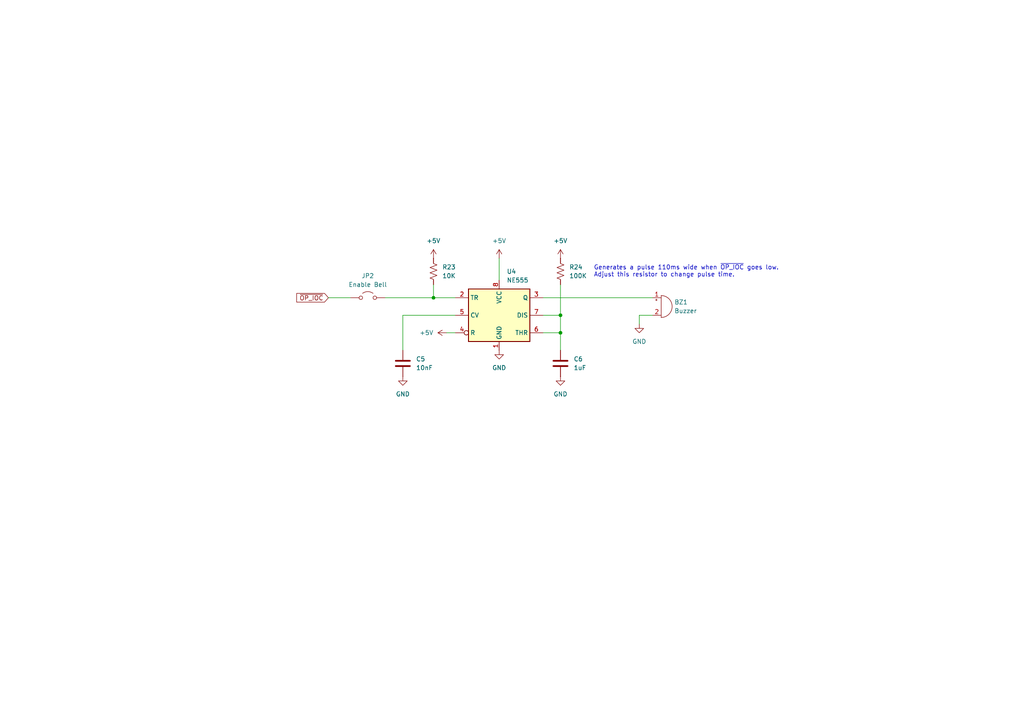
<source format=kicad_sch>
(kicad_sch (version 20231120) (generator "eeschema") (generator_version "8.0")
  (paper "A4")
  (title_block (title "UE1- TTL Clock and Diagnostics") (date "2025") (rev "1") (comment 1 "Copyright (c) 2025 Rhys Weatherley") (comment 3 "Bell"))
  (lib_symbols
    (symbol "Device:Buzzer" (pin_names (offset 0.0254) hide)
      (property "Reference" "BZ" (at 3.81 1.27 0))
      (property "Value" "Buzzer" (at 3.81 -1.27 0))
      (symbol "Buzzer_0_1"
        (arc (start 0 -3.175) (mid 3.1612 0) (end 0 3.175))
        (polyline (pts (xy -1.651 1.905) (xy -1.143 1.905)))
        (polyline (pts (xy -1.397 2.159) (xy -1.397 1.651)))
        (polyline (pts (xy 0 3.175) (xy 0 -3.175)))
      )
      (symbol "Buzzer_1_1"
        (pin passive line (at -2.54 2.54 0) (length 2.54) (name "+") (number "1"))
        (pin passive line (at -2.54 -2.54 0) (length 2.54) (name "-") (number "2"))
      )
    )
    (symbol "Device:C" (pin_numbers hide) (pin_names (offset 0.254))
      (property "Reference" "C" (at 0.635 2.54 0))
      (property "Value" "C" (at 0.635 -2.54 0))
      (symbol "C_0_1"
        (polyline (pts (xy -2.032 -0.762) (xy 2.032 -0.762)) (stroke (width 0.508)))
        (polyline (pts (xy -2.032 0.762) (xy 2.032 0.762)) (stroke (width 0.508)))
      )
      (symbol "C_1_1"
        (pin passive line (at 0 3.81 270) (length 2.794) (name "~") (number "1"))
        (pin passive line (at 0 -3.81 90) (length 2.794) (name "~") (number "2"))
      )
    )
    (symbol "Device:R_US" (pin_numbers hide) (pin_names (offset 0))
      (property "Reference" "R" (at 2.54 0 90))
      (property "Value" "R_US" (at -2.54 0 90))
      (symbol "R_US_0_1"
        (polyline (pts (xy 0 -2.286) (xy 0 -2.54)))
        (polyline (pts (xy 0 2.286) (xy 0 2.54)))
        (polyline (pts (xy 0 -0.762) (xy 1.016 -1.143) (xy 0 -1.524) (xy -1.016 -1.905) (xy 0 -2.286)))
        (polyline (pts (xy 0 0.762) (xy 1.016 0.381) (xy 0 0) (xy -1.016 -0.381) (xy 0 -0.762)))
        (polyline (pts (xy 0 2.286) (xy 1.016 1.905) (xy 0 1.524) (xy -1.016 1.143) (xy 0 0.762)))
      )
      (symbol "R_US_1_1"
        (pin passive line (at 0 3.81 270) (length 1.27) (name "~") (number "1"))
        (pin passive line (at 0 -3.81 90) (length 1.27) (name "~") (number "2"))
      )
    )
    (symbol "Jumper:Jumper_2_Open" (pin_numbers hide) (pin_names (offset 0) hide) (exclude_from_sim yes)
      (property "Reference" "JP" (at 0 2.794 0))
      (property "Value" "Jumper_2_Open" (at 0 -2.286 0))
      (symbol "Jumper_2_Open_0_0"
        (circle (center -2.032 0) (radius 0.508))
        (circle (center 2.032 0) (radius 0.508))
      )
      (symbol "Jumper_2_Open_0_1"
        (arc (start 1.524 1.27) (mid 0 1.778) (end -1.524 1.27))
      )
      (symbol "Jumper_2_Open_1_1"
        (pin passive line (at -5.08 0 0) (length 2.54) (name "A") (number "1"))
        (pin passive line (at 5.08 0 180) (length 2.54) (name "B") (number "2"))
      )
    )
    (symbol "Timer:NE555P"
      (property "Reference" "U" (at -10.16 8.89 0))
      (property "Value" "NE555P" (at 2.54 8.89 0))
      (symbol "NE555P_0_0"
        (pin power_in line (at 0 -10.16 90) (length 2.54) (name "GND") (number "1"))
        (pin power_in line (at 0 10.16 270) (length 2.54) (name "VCC") (number "8"))
      )
      (symbol "NE555P_0_1"
        (rectangle (start -8.89 -7.62) (end 8.89 7.62) (stroke (width 0.254)) (fill (type background)))
        (rectangle (start -8.89 -7.62) (end 8.89 7.62) (stroke (width 0.254)) (fill (type background)))
      )
      (symbol "NE555P_1_1"
        (pin input line (at -12.7 5.08 0) (length 3.81) (name "TR") (number "2"))
        (pin output line (at 12.7 5.08 180) (length 3.81) (name "Q") (number "3"))
        (pin input inverted (at -12.7 -5.08 0) (length 3.81) (name "R") (number "4"))
        (pin input line (at -12.7 0 0) (length 3.81) (name "CV") (number "5"))
        (pin input line (at 12.7 -5.08 180) (length 3.81) (name "THR") (number "6"))
        (pin input line (at 12.7 0 180) (length 3.81) (name "DIS") (number "7"))
      )
    )
    (symbol "power:+5V" (power) (pin_numbers hide) (pin_names (offset 0) hide)
      (property "Value" "+5V" (at 0 3.556 0))
      (symbol "+5V_0_1"
        (polyline (pts (xy -0.762 1.27) (xy 0 2.54)))
        (polyline (pts (xy 0 0) (xy 0 2.54)))
        (polyline (pts (xy 0 2.54) (xy 0.762 1.27)))
      )
      (symbol "+5V_1_1"
        (pin power_in line (at 0 0 90) (length 0) (name "~") (number "1"))
      )
    )
    (symbol "power:GND" (power) (pin_numbers hide) (pin_names (offset 0) hide)
      (property "Value" "GND" (at 0 -3.81 0))
      (symbol "GND_0_1"
        (polyline (pts (xy 0 0) (xy 0 -1.27) (xy 1.27 -1.27) (xy 0 -2.54) (xy -1.27 -1.27) (xy 0 -1.27)))
      )
      (symbol "GND_1_1"
        (pin power_in line (at 0 0 270) (length 0) (name "~") (number "1"))
      )
    )
  )
  (junction (at 125.73 86.36))
  (junction (at 162.56 96.52))
  (junction (at 162.56 91.44))
  (wire (pts (xy 189.23 91.44) (xy 185.42 91.44)))
  (wire (pts (xy 125.73 86.36) (xy 132.08 86.36)))
  (wire (pts (xy 162.56 82.55) (xy 162.56 91.44)))
  (wire (pts (xy 95.25 86.36) (xy 101.6 86.36)))
  (wire (pts (xy 116.84 91.44) (xy 132.08 91.44)))
  (wire (pts (xy 157.48 91.44) (xy 162.56 91.44)))
  (wire (pts (xy 116.84 91.44) (xy 116.84 101.6)))
  (wire (pts (xy 157.48 86.36) (xy 189.23 86.36)))
  (wire (pts (xy 129.54 96.52) (xy 132.08 96.52)))
  (wire (pts (xy 162.56 96.52) (xy 157.48 96.52)))
  (wire (pts (xy 162.56 96.52) (xy 162.56 101.6)))
  (wire (pts (xy 125.73 82.55) (xy 125.73 86.36)))
  (wire (pts (xy 162.56 91.44) (xy 162.56 96.52)))
  (wire (pts (xy 111.76 86.36) (xy 125.73 86.36)))
  (wire (pts (xy 185.42 91.44) (xy 185.42 93.98)))
  (wire (pts (xy 144.78 74.93) (xy 144.78 81.28)))
  (text "Generates a pulse 110ms wide when ~{OP_IOC} goes low.\nAdjust this resistor to change pulse time." (at 172.212 78.74 0) (effects (font (size 1.27 1.27)) (justify left)))
  (global_label "~{OP_IOC}" (shape input) (at 95.25 86.36 180) (property "Intersheetrefs" "${INTERSHEET_REFS}" (effects (hide yes))))
  (symbol (lib_id "power:+5V") (at 162.56 74.93 0) (unit 1)
    (property "Reference" "#PWR50" (effects (hide yes)))
    (property "Value" "+5V" (at 162.56 69.85 0))
    (property "Description" "Power symbol creates a global label with name \"+5V\"" (effects (hide yes)))
  )
  (symbol (lib_id "power:GND") (at 162.56 109.22 0) (unit 1)
    (property "Reference" "#PWR51" (effects (hide yes)))
    (property "Value" "GND" (at 162.56 114.3 0))
    (property "Description" "Power symbol creates a global label with name \"GND\" , ground" (effects (hide yes)))
  )
  (symbol (lib_id "power:+5V") (at 129.54 96.52 90) (unit 1)
    (property "Reference" "#PWR47" (effects (hide yes)))
    (property "Value" "+5V" (at 125.73 96.5199 90) (effects (justify left)))
    (property "Description" "Power symbol creates a global label with name \"+5V\"" (effects (hide yes)))
  )
  (symbol (lib_id "Device:C") (at 116.84 105.41 0) (unit 1)
    (property "Reference" "C5" (at 120.65 104.1399 0) (effects (justify left)))
    (property "Value" "10nF" (at 120.65 106.6799 0) (effects (justify left)))
    (property "Footprint" "Capacitor_THT:C_Disc_D5.0mm_W2.5mm_P5.00mm" (effects (hide yes)))
  )
  (symbol (lib_id "Device:R_US") (at 125.73 78.74 0) (unit 1)
    (property "Reference" "R23" (at 128.27 77.4699 0) (effects (justify left)))
    (property "Value" "10K" (at 128.27 80.0099 0) (effects (justify left)))
    (property "Footprint" "Resistor_THT:R_Axial_DIN0207_L6.3mm_D2.5mm_P7.62mm_Horizontal" (effects (hide yes)))
    (property "Description" "Resistor, US symbol" (effects (hide yes)))
  )
  (symbol (lib_id "power:GND") (at 116.84 109.22 0) (unit 1)
    (property "Reference" "#PWR45" (effects (hide yes)))
    (property "Value" "GND" (at 116.84 114.3 0))
    (property "Description" "Power symbol creates a global label with name \"GND\" , ground" (effects (hide yes)))
  )
  (symbol (lib_id "Device:C") (at 162.56 105.41 0) (unit 1)
    (property "Reference" "C6" (at 166.37 104.1399 0) (effects (justify left)))
    (property "Value" "1uF" (at 166.37 106.6799 0) (effects (justify left)))
    (property "Footprint" "Capacitor_THT:C_Disc_D5.0mm_W2.5mm_P5.00mm" (effects (hide yes)))
  )
  (symbol (lib_id "power:GND") (at 144.78 101.6 0) (unit 1)
    (property "Reference" "#PWR49" (effects (hide yes)))
    (property "Value" "GND" (at 144.78 106.68 0))
    (property "Description" "Power symbol creates a global label with name \"GND\" , ground" (effects (hide yes)))
  )
  (symbol (lib_id "power:+5V") (at 144.78 74.93 0) (unit 1)
    (property "Reference" "#PWR48" (effects (hide yes)))
    (property "Value" "+5V" (at 144.78 69.85 0))
    (property "Description" "Power symbol creates a global label with name \"+5V\"" (effects (hide yes)))
  )
  (symbol (lib_id "power:GND") (at 185.42 93.98 0) (unit 1)
    (property "Reference" "#PWR52" (effects (hide yes)))
    (property "Value" "GND" (at 185.42 99.06 0))
    (property "Description" "Power symbol creates a global label with name \"GND\" , ground" (effects (hide yes)))
  )
  (symbol (lib_id "Timer:NE555P") (at 144.78 91.44 0) (unit 1)
    (property "Reference" "U4" (at 146.9741 78.74 0) (effects (justify left)))
    (property "Value" "NE555" (at 146.9741 81.28 0) (effects (justify left)))
    (property "Footprint" "Package_DIP:DIP-8_W7.62mm" (effects (hide yes)))
    (property "Datasheet" "http://www.ti.com/lit/ds/symlink/ne555.pdf" (effects (hide yes)))
    (property "Description" "Precision Timers, 555 compatible,  PDIP-8" (effects (hide yes)))
  )
  (symbol (lib_id "Jumper:Jumper_2_Open") (at 106.68 86.36 0) (unit 1) (exclude_from_sim yes)
    (property "Reference" "JP2" (at 106.68 80.01 0))
    (property "Value" "Enable Bell" (at 106.68 82.55 0))
    (property "Footprint" "Connector_PinHeader_2.54mm:PinHeader_1x02_P2.54mm_Vertical" (effects (hide yes)))
    (property "Description" "Jumper, 2-pole, open" (effects (hide yes)))
  )
  (symbol (lib_id "Device:R_US") (at 162.56 78.74 0) (unit 1)
    (property "Reference" "R24" (at 165.1 77.4699 0) (effects (justify left)))
    (property "Value" "100K" (at 165.1 80.0099 0) (effects (justify left)))
    (property "Footprint" "Resistor_THT:R_Axial_DIN0207_L6.3mm_D2.5mm_P7.62mm_Horizontal" (effects (hide yes)))
    (property "Description" "Resistor, US symbol" (effects (hide yes)))
  )
  (symbol (lib_id "Device:Buzzer") (at 191.77 88.9 0) (unit 1)
    (property "Reference" "BZ1" (at 195.58 87.6299 0) (effects (justify left)))
    (property "Value" "Buzzer" (at 195.58 90.1699 0) (effects (justify left)))
    (property "Footprint" "Buzzer_Beeper:Buzzer_12x9.5RM7.6" (effects (hide yes)))
    (property "Description" "Buzzer, polarized" (effects (hide yes)))
  )
  (symbol (lib_id "power:+5V") (at 125.73 74.93 0) (unit 1)
    (property "Reference" "#PWR46" (effects (hide yes)))
    (property "Value" "+5V" (at 125.73 69.85 0))
    (property "Description" "Power symbol creates a global label with name \"+5V\"" (effects (hide yes)))
  )
)
</source>
